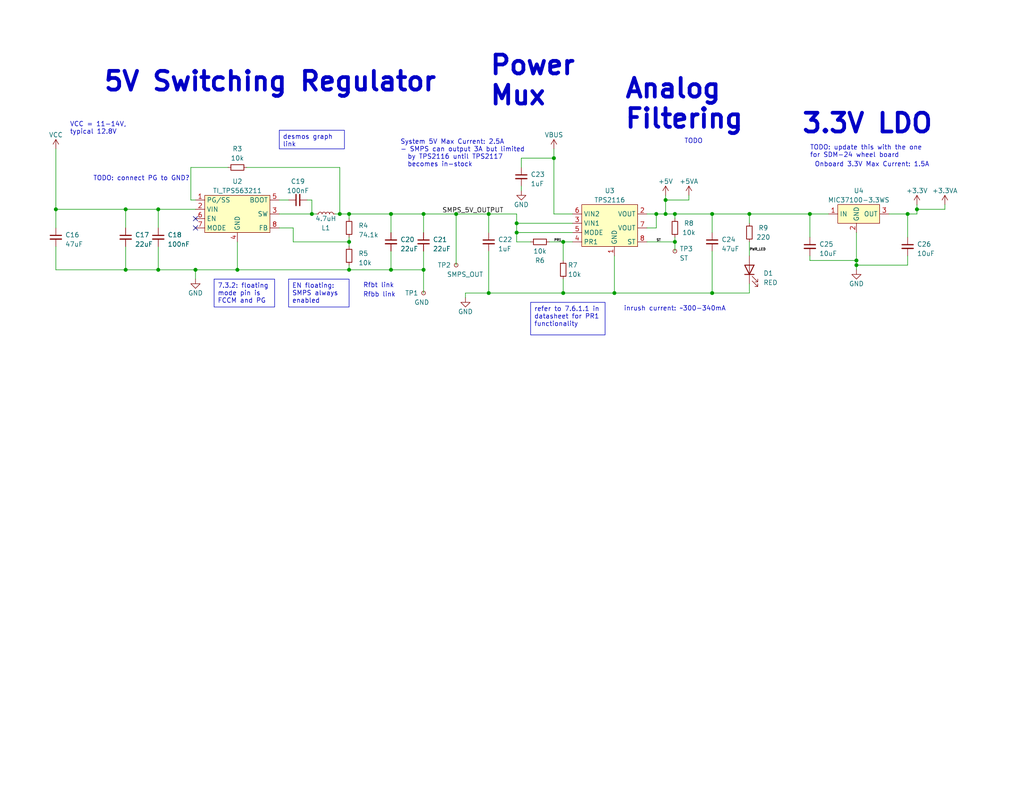
<source format=kicad_sch>
(kicad_sch (version 20230121) (generator eeschema)
  (paper "USLetter")
  (title_block (title "SDM-24 Data Logger") (date "2023-10-12") (rev "v1") (company "Sun Devil Motorsports") (comment 1 "System and onboard power regulators"))
  (lib_symbols
    (symbol "Connector:TestPoint_Small" (pin_numbers hide) (pin_names (offset 0.762) hide)
      (property "Reference" "TP" (at 0 3.81 0))
      (property "Value" "TestPoint_Small" (at 0 2.032 0))
      (symbol "TestPoint_Small_0_1"
        (circle (center 0 0) (radius 0.508))
      )
      (symbol "TestPoint_Small_1_1"
        (pin passive line (at 0 0 90) (length 0) (name "1") (number "1"))
      )
    )
    (symbol "Device:C_Small" (pin_numbers hide) (pin_names (offset 0.254) hide)
      (property "Reference" "C" (at 0.254 1.778 0))
      (property "Value" "C_Small" (at 0.254 -2.032 0))
      (symbol "C_Small_0_1"
        (polyline (pts (xy -1.524 -0.508) (xy 1.524 -0.508)) (stroke (width 0.3302)))
        (polyline (pts (xy -1.524 0.508) (xy 1.524 0.508)) (stroke (width 0.3048)))
      )
      (symbol "C_Small_1_1"
        (pin passive line (at 0 2.54 270) (length 2.032) (name "~") (number "1"))
        (pin passive line (at 0 -2.54 90) (length 2.032) (name "~") (number "2"))
      )
    )
    (symbol "Device:LED" (pin_numbers hide) (pin_names (offset 1.016) hide)
      (property "Reference" "D" (at 0 2.54 0))
      (property "Value" "LED" (at 0 -2.54 0))
      (symbol "LED_0_1"
        (polyline (pts (xy -1.27 -1.27) (xy -1.27 1.27)) (stroke (width 0.254)))
        (polyline (pts (xy -1.27 0) (xy 1.27 0)))
        (polyline (pts (xy 1.27 -1.27) (xy 1.27 1.27) (xy -1.27 0) (xy 1.27 -1.27)) (stroke (width 0.254)))
        (polyline (pts (xy -3.048 -0.762) (xy -4.572 -2.286) (xy -3.81 -2.286) (xy -4.572 -2.286) (xy -4.572 -1.524)))
        (polyline (pts (xy -1.778 -0.762) (xy -3.302 -2.286) (xy -2.54 -2.286) (xy -3.302 -2.286) (xy -3.302 -1.524)))
      )
      (symbol "LED_1_1"
        (pin passive line (at -3.81 0 0) (length 2.54) (name "K") (number "1"))
        (pin passive line (at 3.81 0 180) (length 2.54) (name "A") (number "2"))
      )
    )
    (symbol "Device:L_Small" (pin_numbers hide) (pin_names (offset 0.254) hide)
      (property "Reference" "L" (at 0.762 1.016 0))
      (property "Value" "L_Small" (at 0.762 -1.016 0))
      (symbol "L_Small_0_1"
        (arc (start 0 -2.032) (mid 0.5058 -1.524) (end 0 -1.016))
        (arc (start 0 -1.016) (mid 0.5058 -0.508) (end 0 0))
        (arc (start 0 0) (mid 0.5058 0.508) (end 0 1.016))
        (arc (start 0 1.016) (mid 0.5058 1.524) (end 0 2.032))
      )
      (symbol "L_Small_1_1"
        (pin passive line (at 0 2.54 270) (length 0.508) (name "~") (number "1"))
        (pin passive line (at 0 -2.54 90) (length 0.508) (name "~") (number "2"))
      )
    )
    (symbol "Device:R_Small" (pin_numbers hide) (pin_names (offset 0.254) hide)
      (property "Reference" "R" (at 0.762 0.508 0))
      (property "Value" "R_Small" (at 0.762 -1.016 0))
      (symbol "R_Small_0_1"
        (rectangle (start -0.762 1.778) (end 0.762 -1.778) (stroke (width 0.2032)))
      )
      (symbol "R_Small_1_1"
        (pin passive line (at 0 2.54 270) (length 0.762) (name "~") (number "1"))
        (pin passive line (at 0 -2.54 90) (length 0.762) (name "~") (number "2"))
      )
    )
    (symbol "lib:MIC37100-3.3WS"
      (property "Reference" "U" (at 0 6.35 0))
      (property "Value" "MIC37100-3.3WS" (at 0 3.81 0))
      (symbol "MIC37100-3.3WS_1_1"
        (rectangle (start -5.08 2.54) (end 6.35 -2.54) (fill (type background)))
        (pin input line (at -7.62 0 0) (length 2.54) (name "IN") (number "1"))
        (pin input line (at 0 -5.08 90) (length 2.54) (name "GND") (number "2"))
        (pin input line (at 8.89 0 180) (length 2.54) (name "OUT") (number "3"))
      )
    )
    (symbol "lib:TI_TPS2116"
      (property "Reference" "U" (at 0 0 0))
      (property "Value" "TPS2116" (at 0 -2.54 0))
      (symbol "TI_TPS2116_1_1"
        (rectangle (start -7.62 -3.81) (end 7.62 -15.24) (fill (type background)))
        (pin power_in line (at 1.27 -17.78 90) (length 2.54) (name "GND") (number "1"))
        (pin power_out line (at 10.16 -6.35 180) (length 2.54) (name "VOUT") (number "2"))
        (pin power_in line (at -10.16 -8.89 0) (length 2.54) (name "VIN1") (number "3"))
        (pin input line (at -10.16 -13.97 0) (length 2.54) (name "PR1") (number "4"))
        (pin input line (at -10.16 -11.43 0) (length 2.54) (name "MODE") (number "5"))
        (pin power_in line (at -10.16 -6.35 0) (length 2.54) (name "VIN2") (number "6"))
        (pin power_out line (at 10.16 -10.16 180) (length 2.54) (name "VOUT") (number "7"))
        (pin output line (at 10.16 -13.97 180) (length 2.54) (name "ST") (number "8"))
      )
    )
    (symbol "lib:TI_TPS563211"
      (property "Reference" "U" (at 0 0 0))
      (property "Value" "TI_TPS563211" (at 0 -2.54 0))
      (symbol "TI_TPS563211_1_1"
        (rectangle (start -8.89 -3.81) (end 8.89 -13.97) (fill (type background)))
        (pin bidirectional line (at -11.43 -5.08 0) (length 2.54) (name "PG/SS") (number "1"))
        (pin power_in line (at -11.43 -7.62 0) (length 2.54) (name "VIN") (number "2"))
        (pin power_out line (at 11.43 -8.89 180) (length 2.54) (name "SW") (number "3"))
        (pin power_in line (at 0 -16.51 90) (length 2.54) (name "GND") (number "4"))
        (pin power_in line (at 11.43 -5.08 180) (length 2.54) (name "BOOT") (number "5"))
        (pin input line (at -11.43 -10.16 0) (length 2.54) (name "EN") (number "6"))
        (pin input line (at -11.43 -12.7 0) (length 2.54) (name "MODE") (number "7"))
        (pin input line (at 11.43 -12.7 180) (length 2.54) (name "FB") (number "8"))
      )
    )
    (symbol "power:+3.3V" (power) (pin_names (offset 0))
      (property "Value" "+3.3V" (at 0 3.556 0))
      (symbol "+3.3V_0_1"
        (polyline (pts (xy -0.762 1.27) (xy 0 2.54)))
        (polyline (pts (xy 0 0) (xy 0 2.54)))
        (polyline (pts (xy 0 2.54) (xy 0.762 1.27)))
      )
      (symbol "+3.3V_1_1"
        (pin power_in line (at 0 0 90) (length 0) hide (name "+3.3V") (number "1"))
      )
    )
    (symbol "power:+3.3VA" (power) (pin_names (offset 0))
      (property "Value" "+3.3VA" (at 0 3.556 0))
      (symbol "+3.3VA_0_1"
        (polyline (pts (xy -0.762 1.27) (xy 0 2.54)))
        (polyline (pts (xy 0 0) (xy 0 2.54)))
        (polyline (pts (xy 0 2.54) (xy 0.762 1.27)))
      )
      (symbol "+3.3VA_1_1"
        (pin power_in line (at 0 0 90) (length 0) hide (name "+3.3VA") (number "1"))
      )
    )
    (symbol "power:+5V" (power) (pin_names (offset 0))
      (property "Value" "+5V" (at 0 3.556 0))
      (symbol "+5V_0_1"
        (polyline (pts (xy -0.762 1.27) (xy 0 2.54)))
        (polyline (pts (xy 0 0) (xy 0 2.54)))
        (polyline (pts (xy 0 2.54) (xy 0.762 1.27)))
      )
      (symbol "+5V_1_1"
        (pin power_in line (at 0 0 90) (length 0) hide (name "+5V") (number "1"))
      )
    )
    (symbol "power:+5VA" (power) (pin_names (offset 0))
      (property "Value" "+5VA" (at 0 3.556 0))
      (symbol "+5VA_0_1"
        (polyline (pts (xy -0.762 1.27) (xy 0 2.54)))
        (polyline (pts (xy 0 0) (xy 0 2.54)))
        (polyline (pts (xy 0 2.54) (xy 0.762 1.27)))
      )
      (symbol "+5VA_1_1"
        (pin power_in line (at 0 0 90) (length 0) hide (name "+5VA") (number "1"))
      )
    )
    (symbol "power:GND" (power) (pin_names (offset 0))
      (property "Value" "GND" (at 0 -3.81 0))
      (symbol "GND_0_1"
        (polyline (pts (xy 0 0) (xy 0 -1.27) (xy 1.27 -1.27) (xy 0 -2.54) (xy -1.27 -1.27) (xy 0 -1.27)))
      )
      (symbol "GND_1_1"
        (pin power_in line (at 0 0 270) (length 0) hide (name "GND") (number "1"))
      )
    )
    (symbol "power:VBUS" (power) (pin_names (offset 0))
      (property "Value" "VBUS" (at 0 3.81 0))
      (symbol "VBUS_0_1"
        (polyline (pts (xy -0.762 1.27) (xy 0 2.54)))
        (polyline (pts (xy 0 0) (xy 0 2.54)))
        (polyline (pts (xy 0 2.54) (xy 0.762 1.27)))
      )
      (symbol "VBUS_1_1"
        (pin power_in line (at 0 0 90) (length 0) hide (name "VBUS") (number "1"))
      )
    )
    (symbol "power:VCC" (power) (pin_names (offset 0))
      (property "Value" "VCC" (at 0 3.81 0))
      (symbol "VCC_0_1"
        (polyline (pts (xy -0.762 1.27) (xy 0 2.54)))
        (polyline (pts (xy 0 0) (xy 0 2.54)))
        (polyline (pts (xy 0 2.54) (xy 0.762 1.27)))
      )
      (symbol "VCC_1_1"
        (pin power_in line (at 0 0 90) (length 0) hide (name "VCC") (number "1"))
      )
    )
  )
  (junction (at 181.61 58.42))
  (junction (at 85.09 58.42))
  (junction (at 194.31 58.42))
  (junction (at 233.68 71.12))
  (junction (at 95.25 73.66))
  (junction (at 181.61 54.61))
  (junction (at 34.29 73.66))
  (junction (at 34.29 57.15))
  (junction (at 43.18 73.66))
  (junction (at 133.35 58.42))
  (junction (at 247.65 58.42))
  (junction (at 95.25 58.42))
  (junction (at 53.34 73.66))
  (junction (at 64.77 73.66))
  (junction (at 106.68 73.66))
  (junction (at 95.25 66.04))
  (junction (at 153.67 66.04))
  (junction (at 167.64 80.01))
  (junction (at 204.47 58.42))
  (junction (at 233.68 72.39))
  (junction (at 43.18 57.15))
  (junction (at 106.68 58.42))
  (junction (at 250.19 57.15))
  (junction (at 133.35 80.01))
  (junction (at 115.57 58.42))
  (junction (at 153.67 80.01))
  (junction (at 140.97 63.5))
  (junction (at 92.71 58.42))
  (junction (at 15.24 57.15))
  (junction (at 151.13 43.18))
  (junction (at 124.46 58.42))
  (junction (at 220.98 58.42))
  (junction (at 115.57 73.66))
  (junction (at 194.31 80.01))
  (junction (at 179.07 58.42))
  (junction (at 184.15 66.04))
  (junction (at 140.97 60.96))
  (junction (at 184.15 58.42))
  (no_connect (at 53.34 62.23))
  (no_connect (at 53.34 59.69))
  (wire (pts (xy 250.19 57.15) (xy 257.81 57.15)))
  (wire (pts (xy 67.31 45.72) (xy 92.71 45.72)))
  (wire (pts (xy 220.98 58.42) (xy 220.98 64.77)))
  (wire (pts (xy 43.18 57.15) (xy 43.18 62.23)))
  (wire (pts (xy 184.15 58.42) (xy 184.15 59.69)))
  (wire (pts (xy 106.68 63.5) (xy 106.68 58.42)))
  (wire (pts (xy 184.15 66.04) (xy 184.15 68.58)))
  (wire (pts (xy 181.61 53.34) (xy 181.61 54.61)))
  (wire (pts (xy 76.2 62.23) (xy 80.01 62.23)))
  (wire (pts (xy 43.18 57.15) (xy 34.29 57.15)))
  (wire (pts (xy 220.98 69.85) (xy 220.98 71.12)))
  (wire (pts (xy 194.31 80.01) (xy 204.47 80.01)))
  (wire (pts (xy 34.29 57.15) (xy 34.29 62.23)))
  (wire (pts (xy 115.57 73.66) (xy 106.68 73.66)))
  (wire (pts (xy 153.67 66.04) (xy 153.67 71.12)))
  (wire (pts (xy 204.47 66.04) (xy 204.47 69.85)))
  (wire (pts (xy 204.47 58.42) (xy 220.98 58.42)))
  (wire (pts (xy 95.25 58.42) (xy 106.68 58.42)))
  (wire (pts (xy 15.24 40.64) (xy 15.24 57.15)))
  (wire (pts (xy 34.29 67.31) (xy 34.29 73.66)))
  (wire (pts (xy 257.81 57.15) (xy 257.81 55.88)))
  (wire (pts (xy 95.25 66.04) (xy 95.25 64.77)))
  (wire (pts (xy 53.34 54.61) (xy 52.07 54.61)))
  (wire (pts (xy 133.35 58.42) (xy 133.35 63.5)))
  (wire (pts (xy 187.96 54.61) (xy 187.96 53.34)))
  (wire (pts (xy 106.68 68.58) (xy 106.68 73.66)))
  (wire (pts (xy 220.98 58.42) (xy 226.06 58.42)))
  (wire (pts (xy 133.35 68.58) (xy 133.35 80.01)))
  (wire (pts (xy 115.57 58.42) (xy 124.46 58.42)))
  (wire (pts (xy 85.09 58.42) (xy 86.36 58.42)))
  (wire (pts (xy 151.13 58.42) (xy 151.13 43.18)))
  (wire (pts (xy 124.46 58.42) (xy 133.35 58.42)))
  (wire (pts (xy 194.31 58.42) (xy 204.47 58.42)))
  (wire (pts (xy 80.01 66.04) (xy 95.25 66.04)))
  (wire (pts (xy 167.64 80.01) (xy 194.31 80.01)))
  (wire (pts (xy 127 80.01) (xy 127 81.28)))
  (wire (pts (xy 92.71 58.42) (xy 95.25 58.42)))
  (wire (pts (xy 181.61 54.61) (xy 181.61 58.42)))
  (wire (pts (xy 242.57 58.42) (xy 247.65 58.42)))
  (wire (pts (xy 15.24 57.15) (xy 15.24 62.23)))
  (wire (pts (xy 179.07 62.23) (xy 179.07 58.42)))
  (wire (pts (xy 181.61 58.42) (xy 184.15 58.42)))
  (wire (pts (xy 115.57 58.42) (xy 115.57 63.5)))
  (wire (pts (xy 95.25 58.42) (xy 95.25 59.69)))
  (wire (pts (xy 52.07 45.72) (xy 62.23 45.72)))
  (wire (pts (xy 95.25 66.04) (xy 95.25 67.31)))
  (wire (pts (xy 142.24 45.72) (xy 142.24 43.18)))
  (wire (pts (xy 43.18 73.66) (xy 53.34 73.66)))
  (wire (pts (xy 140.97 63.5) (xy 140.97 60.96)))
  (wire (pts (xy 184.15 58.42) (xy 194.31 58.42)))
  (wire (pts (xy 250.19 58.42) (xy 250.19 57.15)))
  (wire (pts (xy 76.2 58.42) (xy 85.09 58.42)))
  (wire (pts (xy 184.15 64.77) (xy 184.15 66.04)))
  (wire (pts (xy 15.24 57.15) (xy 34.29 57.15)))
  (wire (pts (xy 250.19 57.15) (xy 250.19 55.88)))
  (wire (pts (xy 43.18 67.31) (xy 43.18 73.66)))
  (wire (pts (xy 106.68 58.42) (xy 115.57 58.42)))
  (wire (pts (xy 233.68 63.5) (xy 233.68 71.12)))
  (wire (pts (xy 204.47 60.96) (xy 204.47 58.42)))
  (wire (pts (xy 156.21 63.5) (xy 140.97 63.5)))
  (wire (pts (xy 149.86 66.04) (xy 153.67 66.04)))
  (wire (pts (xy 247.65 58.42) (xy 250.19 58.42)))
  (wire (pts (xy 204.47 77.47) (xy 204.47 80.01)))
  (wire (pts (xy 233.68 71.12) (xy 233.68 72.39)))
  (wire (pts (xy 151.13 43.18) (xy 151.13 40.64)))
  (wire (pts (xy 64.77 73.66) (xy 95.25 73.66)))
  (wire (pts (xy 179.07 58.42) (xy 181.61 58.42)))
  (wire (pts (xy 247.65 58.42) (xy 247.65 64.77)))
  (wire (pts (xy 153.67 80.01) (xy 167.64 80.01)))
  (wire (pts (xy 95.25 72.39) (xy 95.25 73.66)))
  (wire (pts (xy 194.31 58.42) (xy 194.31 63.5)))
  (wire (pts (xy 43.18 73.66) (xy 34.29 73.66)))
  (wire (pts (xy 220.98 71.12) (xy 233.68 71.12)))
  (wire (pts (xy 83.82 54.61) (xy 85.09 54.61)))
  (wire (pts (xy 184.15 66.04) (xy 176.53 66.04)))
  (wire (pts (xy 156.21 60.96) (xy 140.97 60.96)))
  (wire (pts (xy 53.34 73.66) (xy 53.34 76.2)))
  (wire (pts (xy 140.97 66.04) (xy 144.78 66.04)))
  (wire (pts (xy 140.97 63.5) (xy 140.97 66.04)))
  (wire (pts (xy 15.24 67.31) (xy 15.24 73.66)))
  (wire (pts (xy 142.24 43.18) (xy 151.13 43.18)))
  (wire (pts (xy 15.24 73.66) (xy 34.29 73.66)))
  (wire (pts (xy 64.77 66.04) (xy 64.77 73.66)))
  (wire (pts (xy 247.65 69.85) (xy 247.65 72.39)))
  (wire (pts (xy 127 80.01) (xy 133.35 80.01)))
  (wire (pts (xy 64.77 73.66) (xy 53.34 73.66)))
  (wire (pts (xy 124.46 58.42) (xy 124.46 72.39)))
  (wire (pts (xy 176.53 62.23) (xy 179.07 62.23)))
  (wire (pts (xy 156.21 58.42) (xy 151.13 58.42)))
  (wire (pts (xy 181.61 54.61) (xy 187.96 54.61)))
  (wire (pts (xy 95.25 73.66) (xy 106.68 73.66)))
  (wire (pts (xy 153.67 76.2) (xy 153.67 80.01)))
  (wire (pts (xy 91.44 58.42) (xy 92.71 58.42)))
  (wire (pts (xy 115.57 68.58) (xy 115.57 73.66)))
  (wire (pts (xy 115.57 73.66) (xy 115.57 80.01)))
  (wire (pts (xy 176.53 58.42) (xy 179.07 58.42)))
  (wire (pts (xy 85.09 54.61) (xy 85.09 58.42)))
  (wire (pts (xy 153.67 66.04) (xy 156.21 66.04)))
  (wire (pts (xy 167.64 69.85) (xy 167.64 80.01)))
  (wire (pts (xy 233.68 72.39) (xy 233.68 73.66)))
  (wire (pts (xy 76.2 54.61) (xy 78.74 54.61)))
  (wire (pts (xy 133.35 58.42) (xy 140.97 58.42)))
  (wire (pts (xy 52.07 54.61) (xy 52.07 45.72)))
  (wire (pts (xy 140.97 60.96) (xy 140.97 58.42)))
  (wire (pts (xy 92.71 45.72) (xy 92.71 58.42)))
  (wire (pts (xy 43.18 57.15) (xy 53.34 57.15)))
  (wire (pts (xy 133.35 80.01) (xy 153.67 80.01)))
  (wire (pts (xy 142.24 50.8) (xy 142.24 52.07)))
  (wire (pts (xy 247.65 72.39) (xy 233.68 72.39)))
  (wire (pts (xy 194.31 68.58) (xy 194.31 80.01)))
  (wire (pts (xy 80.01 62.23) (xy 80.01 66.04)))
  (text_box "7.3.2: floating mode pin is FCCM and PG" (at 58.42 76.2 0) (size 16.51 7.62) (effects (font (size 1.27 1.27)) (justify left top)))
  (text_box "refer to 7.6.1.1 in datasheet for PR1 functionality" (at 144.78 82.55 0) (size 20.32 8.89) (effects (font (size 1.27 1.27)) (justify left top)))
  (text_box "desmos graph link" (at 76.2 35.56 0) (size 17.78 5.08) (effects (font (size 1.27 1.27)) (justify left top)))
  (text_box "EN floating: SMPS always enabled" (at 78.74 76.2 0) (size 16.51 7.62) (effects (font (size 1.27 1.27)) (justify left top)))
  (text "VCC = 11-14V,\ntypical 12.8V" (at 19.05 36.83 0) (effects (font (size 1.27 1.27)) (justify left bottom)))
  (text "Onboard 3.3V Max Current: 1.5A" (at 222.25 45.72 0) (effects (font (size 1.27 1.27)) (justify left bottom)))
  (text "5V Switching Regulator" (at 27.94 25.4 0) (effects (font (size 5.12 5.12) (thickness 1.024) bold) (justify left bottom)))
  (text "Power\nMux" (at 133.35 29.21 0) (effects (font (size 5.12 5.12) bold) (justify left bottom)))
  (text "inrush current: ~300-340mA" (at 170.18 85.09 0) (effects (font (size 1.27 1.27)) (justify left bottom)))
  (text "Rfbb link" (at 99.06 81.28 0) (effects (font (size 1.27 1.27)) (justify left bottom)))
  (text "Rfbt link" (at 99.06 78.74 0) (effects (font (size 1.27 1.27)) (justify left bottom)))
  (text "TODO: update this with the one\nfor SDM-24 wheel board" (at 220.98 43.18 0) (effects (font (size 1.27 1.27)) (justify left bottom)))
  (text "3.3V LDO" (at 218.44 36.83 0) (effects (font (size 5.12 5.12) bold) (justify left bottom)))
  (text "Analog\nFiltering\n" (at 170.18 35.56 0) (effects (font (size 5.12 5.12) bold) (justify left bottom)))
  (text "TODO: connect PG to GND?" (at 25.4 49.53 0) (effects (font (size 1.27 1.27)) (justify left bottom)))
  (text "System 5V Max Current: 2.5A\n- SMPS can output 3A but limited\n  by TPS2116 until TPS2117\n  becomes in-stock" (at 109.22 45.72 0) (effects (font (size 1.27 1.27)) (justify left bottom)))
  (text "TODO" (at 186.69 39.37 0) (effects (font (size 1.27 1.27)) (justify left bottom)))
  (label "SMPS_5V_OUTPUT" (at 120.65 58.42 0))
  (label "ST" (at 179.07 66.04 0) (effects (font (size 0.65 0.65))))
  (label "PR1" (at 151.13 66.04 0) (effects (font (size 0.65 0.65))))
  (label "PWR_LED" (at 204.47 68.58 0) (effects (font (size 0.65 0.65))))
  (symbol (lib_id "lib:MIC37100-3.3WS") (at 233.68 58.42 0) (unit 1)
    (property "Reference" "U4" (at 234.315 52.07 0))
    (property "Value" "MIC37100-3.3WS" (at 234.315 54.61 0))
    (property "Footprint" "Package_TO_SOT_SMD:SOT-223-3_TabPin2" (effects hide))
  )
  (symbol (lib_id "power:+5V") (at 181.61 53.34 0) (unit 1)
    (property "Reference" "#PWR019" (effects hide))
    (property "Value" "+5V" (at 181.61 49.53 0))
  )
  (symbol (lib_id "power:+3.3VA") (at 257.81 55.88 0) (unit 1)
    (property "Reference" "#PWR023" (effects hide))
    (property "Value" "+3.3VA" (at 257.81 52.07 0))
  )
  (symbol (lib_id "Device:R_Small") (at 64.77 45.72 90) (unit 1)
    (property "Reference" "R3" (at 64.77 40.64 90))
    (property "Value" "10k" (at 64.77 43.18 90))
    (property "Footprint" "Resistor_SMD:R_0603_1608Metric" (effects hide))
  )
  (symbol (lib_id "Device:C_Small") (at 220.98 67.31 0) (unit 1)
    (property "Reference" "C25" (at 223.52 66.6813 0) (effects (justify left)))
    (property "Value" "10uF" (at 223.52 69.2213 0) (effects (justify left)))
    (property "Footprint" "Capacitor_SMD:C_1206_3216Metric" (effects hide))
  )
  (symbol (lib_id "Device:L_Small") (at 88.9 58.42 270) (mirror x) (unit 1)
    (property "Reference" "L1" (at 88.9 62.23 90))
    (property "Value" "4.7uH" (at 88.9 59.69 90))
    (property "Footprint" "Inductor_SMD:L_Bourns_SRP7028A_7.3x6.6mm" (effects hide))
  )
  (symbol (lib_id "Device:R_Small") (at 204.47 63.5 180) (unit 1)
    (property "Reference" "R9" (at 208.28 62.23 0))
    (property "Value" "220" (at 208.28 64.77 0))
  )
  (symbol (lib_id "Device:C_Small") (at 106.68 66.04 0) (unit 1)
    (property "Reference" "C20" (at 109.22 65.4113 0) (effects (justify left)))
    (property "Value" "22uF" (at 109.22 67.9513 0) (effects (justify left)))
    (property "Footprint" "Capacitor_SMD:C_0805_2012Metric" (effects hide))
  )
  (symbol (lib_id "power:GND") (at 142.24 52.07 0) (unit 1)
    (property "Reference" "#PWR017" (effects hide))
    (property "Value" "GND" (at 142.24 55.88 0))
  )
  (symbol (lib_id "Connector:TestPoint_Small") (at 184.15 68.58 0) (unit 1)
    (property "Reference" "TP3" (at 185.42 67.945 0) (effects (justify left)))
    (property "Value" "ST" (at 185.42 70.485 0) (effects (justify left)))
    (property "Footprint" "TestPoint:TestPoint_Pad_1.5x1.5mm" (effects hide))
  )
  (symbol (lib_id "Device:C_Small") (at 247.65 67.31 0) (unit 1)
    (property "Reference" "C26" (at 250.19 66.6813 0) (effects (justify left)))
    (property "Value" "10uF" (at 250.19 69.2213 0) (effects (justify left)))
    (property "Footprint" "Capacitor_SMD:C_1206_3216Metric" (effects hide))
  )
  (symbol (lib_id "Connector:TestPoint_Small") (at 124.46 72.39 0) (unit 1)
    (property "Reference" "TP2" (at 119.38 72.39 0) (effects (justify left)))
    (property "Value" "SMPS_OUT" (at 121.92 74.93 0) (effects (justify left)))
    (property "Footprint" "TestPoint:TestPoint_Pad_1.5x1.5mm" (effects hide))
  )
  (symbol (lib_id "power:VCC") (at 15.24 40.64 0) (unit 1)
    (property "Reference" "#PWR014" (effects hide))
    (property "Value" "VCC" (at 15.24 36.83 0))
  )
  (symbol (lib_id "power:GND") (at 127 81.28 0) (unit 1)
    (property "Reference" "#PWR016" (effects hide))
    (property "Value" "GND" (at 127 85.09 0))
  )
  (symbol (lib_id "lib:TI_TPS2116") (at 166.37 52.07 0) (unit 1)
    (property "Reference" "U3" (at 166.37 52.07 0))
    (property "Value" "TPS2116" (at 166.37 54.61 0))
    (property "Footprint" "Library:SOT-5X3" (effects hide))
  )
  (symbol (lib_id "power:GND") (at 53.34 76.2 0) (unit 1)
    (property "Reference" "#PWR015" (effects hide))
    (property "Value" "GND" (at 53.34 80.01 0))
  )
  (symbol (lib_id "Device:R_Small") (at 95.25 69.85 0) (unit 1)
    (property "Reference" "R5" (at 97.79 69.215 0) (effects (justify left)))
    (property "Value" "10k" (at 97.79 71.755 0) (effects (justify left)))
    (property "Footprint" "Resistor_SMD:R_0402_1005Metric" (effects hide))
  )
  (symbol (lib_id "Device:C_Small") (at 115.57 66.04 0) (unit 1)
    (property "Reference" "C21" (at 118.11 65.4113 0) (effects (justify left)))
    (property "Value" "22uF" (at 118.11 67.9513 0) (effects (justify left)))
    (property "Footprint" "Capacitor_SMD:C_0805_2012Metric" (effects hide))
  )
  (symbol (lib_id "Device:R_Small") (at 184.15 62.23 180) (unit 1)
    (property "Reference" "R8" (at 187.96 60.96 0))
    (property "Value" "10k" (at 187.96 63.5 0))
  )
  (symbol (lib_id "Device:C_Small") (at 81.28 54.61 90) (unit 1)
    (property "Reference" "C19" (at 81.2863 49.53 90))
    (property "Value" "100nF" (at 81.2863 52.07 90))
    (property "Footprint" "Capacitor_SMD:C_0805_2012Metric" (effects hide))
  )
  (symbol (lib_id "Device:LED") (at 204.47 73.66 90) (unit 1)
    (property "Reference" "D1" (at 208.28 74.6125 90) (effects (justify right)))
    (property "Value" "RED" (at 208.28 77.1525 90) (effects (justify right)))
  )
  (symbol (lib_id "power:VBUS") (at 151.13 40.64 0) (unit 1)
    (property "Reference" "#PWR018" (effects hide))
    (property "Value" "VBUS" (at 151.13 36.83 0))
  )
  (symbol (lib_id "Device:R_Small") (at 95.25 62.23 0) (unit 1)
    (property "Reference" "R4" (at 97.79 61.595 0) (effects (justify left)))
    (property "Value" "74.1k" (at 97.79 64.135 0) (effects (justify left)))
    (property "Footprint" "Resistor_SMD:R_0402_1005Metric" (effects hide))
  )
  (symbol (lib_id "power:GND") (at 233.68 73.66 0) (unit 1)
    (property "Reference" "#PWR021" (effects hide))
    (property "Value" "GND" (at 233.68 77.47 0))
  )
  (symbol (lib_id "Device:C_Small") (at 43.18 64.77 0) (unit 1)
    (property "Reference" "C18" (at 45.72 64.1413 0) (effects (justify left)))
    (property "Value" "100nF" (at 45.72 66.6813 0) (effects (justify left)))
    (property "Footprint" "Capacitor_SMD:C_0603_1608Metric" (effects hide))
  )
  (symbol (lib_id "Device:R_Small") (at 153.67 73.66 0) (unit 1)
    (property "Reference" "R7" (at 154.94 72.39 0) (effects (justify left)))
    (property "Value" "10k" (at 154.94 74.93 0) (effects (justify left)))
  )
  (symbol (lib_id "lib:TI_TPS563211") (at 64.77 49.53 0) (unit 1)
    (property "Reference" "U2" (at 64.77 49.53 0))
    (property "Value" "TI_TPS563211" (at 64.77 52.07 0))
    (property "Footprint" "Library:SOT-5X3" (effects hide))
  )
  (symbol (lib_id "Device:C_Small") (at 34.29 64.77 0) (unit 1)
    (property "Reference" "C17" (at 36.83 64.1413 0) (effects (justify left)))
    (property "Value" "22uF" (at 36.83 66.6813 0) (effects (justify left)))
    (property "Footprint" "Capacitor_SMD:C_1206_3216Metric" (effects hide))
  )
  (symbol (lib_id "Device:C_Small") (at 142.24 48.26 0) (unit 1)
    (property "Reference" "C23" (at 144.78 47.6313 0) (effects (justify left)))
    (property "Value" "1uF" (at 144.78 50.1713 0) (effects (justify left)))
    (property "Footprint" "Capacitor_SMD:C_0603_1608Metric" (effects hide))
  )
  (symbol (lib_id "Device:C_Small") (at 133.35 66.04 0) (unit 1)
    (property "Reference" "C22" (at 135.89 65.4113 0) (effects (justify left)))
    (property "Value" "1uF" (at 135.89 67.9513 0) (effects (justify left)))
    (property "Footprint" "Capacitor_SMD:C_0603_1608Metric" (effects hide))
  )
  (symbol (lib_id "Connector:TestPoint_Small") (at 115.57 80.01 0) (unit 1)
    (property "Reference" "TP1" (at 110.49 80.01 0) (effects (justify left)))
    (property "Value" "GND" (at 113.03 82.55 0) (effects (justify left)))
    (property "Footprint" "TestPoint:TestPoint_Pad_1.5x1.5mm" (effects hide))
  )
  (symbol (lib_id "power:+3.3V") (at 250.19 55.88 0) (unit 1)
    (property "Reference" "#PWR022" (effects hide))
    (property "Value" "+3.3V" (at 250.19 52.07 0))
  )
  (symbol (lib_id "Device:C_Small") (at 15.24 64.77 0) (unit 1)
    (property "Reference" "C16" (at 17.78 64.1413 0) (effects (justify left)))
    (property "Value" "47uF" (at 17.78 66.6813 0) (effects (justify left)))
    (property "Footprint" "Capacitor_SMD:CP_Elec_6.3x5.9" (effects hide))
  )
  (symbol (lib_id "power:+5VA") (at 187.96 53.34 0) (unit 1)
    (property "Reference" "#PWR020" (effects hide))
    (property "Value" "+5VA" (at 187.96 49.53 0))
  )
  (symbol (lib_id "Device:C_Small") (at 194.31 66.04 0) (unit 1)
    (property "Reference" "C24" (at 196.85 65.4113 0) (effects (justify left)))
    (property "Value" "47uF" (at 196.85 67.9513 0) (effects (justify left)))
    (property "Footprint" "Capacitor_SMD:CP_Elec_6.3x5.9" (effects hide))
  )
  (symbol (lib_id "Device:R_Small") (at 147.32 66.04 90) (unit 1)
    (property "Reference" "R6" (at 147.32 71.12 90))
    (property "Value" "10k" (at 147.32 68.58 90))
  )
)
</source>
